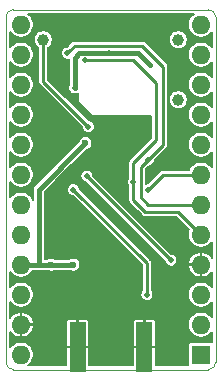
<source format=gbr>
%TF.GenerationSoftware,KiCad,Pcbnew,5.1.4-e60b266~84~ubuntu19.04.1*%
%TF.CreationDate,2020-03-14T22:42:11+00:00*%
%TF.ProjectId,ProMicro_GPS,50726f4d-6963-4726-9f5f-4750532e6b69,v2.3*%
%TF.SameCoordinates,Original*%
%TF.FileFunction,Copper,L2,Bot*%
%TF.FilePolarity,Positive*%
%FSLAX45Y45*%
G04 Gerber Fmt 4.5, Leading zero omitted, Abs format (unit mm)*
G04 Created by KiCad (PCBNEW 5.1.4-e60b266~84~ubuntu19.04.1) date 2020-03-14 22:42:11*
%MOMM*%
%LPD*%
G04 APERTURE LIST*
%ADD10C,0.100000*%
%ADD11O,1.600000X1.600000*%
%ADD12R,1.600000X1.600000*%
%ADD13C,1.000000*%
%ADD14R,1.350000X4.200000*%
%ADD15C,0.600000*%
%ADD16C,0.500000*%
%ADD17C,0.400000*%
%ADD18C,0.250000*%
%ADD19C,0.200000*%
G04 APERTURE END LIST*
D10*
X12255500Y-11303000D02*
G75*
G02X12192000Y-11239500I0J63500D01*
G01*
X12192000Y-8318500D02*
G75*
G02X12255500Y-8255000I63500J0D01*
G01*
X13906500Y-8255000D02*
G75*
G02X13970000Y-8318500I0J-63500D01*
G01*
X13970000Y-11239500D02*
G75*
G02X13906500Y-11303000I-63500J0D01*
G01*
X13970000Y-8318500D02*
X13970000Y-11239500D01*
X12255500Y-8255000D02*
X13906500Y-8255000D01*
X12192000Y-11239500D02*
X12192000Y-8318500D01*
X13906500Y-11303000D02*
X12255500Y-11303000D01*
D11*
X12319000Y-11176000D03*
X12319000Y-10922000D03*
X12319000Y-10668000D03*
X13843000Y-8382000D03*
X12319000Y-10414000D03*
X13843000Y-8636000D03*
X12319000Y-10160000D03*
X13843000Y-8890000D03*
X12319000Y-9906000D03*
X13843000Y-9144000D03*
X12319000Y-9652000D03*
X13843000Y-9398000D03*
X12319000Y-9398000D03*
X13843000Y-9652000D03*
X12319000Y-9144000D03*
X13843000Y-9906000D03*
X12319000Y-8890000D03*
X13843000Y-10160000D03*
X12319000Y-8636000D03*
X13843000Y-10414000D03*
X12319000Y-8382000D03*
X13843000Y-10668000D03*
X13843000Y-10922000D03*
D12*
X13843000Y-11176000D03*
D13*
X12509500Y-8509000D03*
X13652500Y-8509000D03*
X13652500Y-9017000D03*
D14*
X13363500Y-11112500D03*
X12798500Y-11112500D03*
D15*
X13589000Y-11176000D03*
D16*
X13004800Y-10883900D03*
X13157200Y-10883900D03*
X13169900Y-10680700D03*
X13169900Y-10579100D03*
X12852400Y-10795000D03*
X12852400Y-10680700D03*
X12852400Y-10579100D03*
X12954000Y-10972800D03*
X13208000Y-10972800D03*
D15*
X12573000Y-10833100D03*
X13614400Y-9296400D03*
X12890500Y-10223500D03*
X12992100Y-10121900D03*
X13208000Y-10350500D03*
X13398500Y-10096500D03*
X13195300Y-9867900D03*
X13208000Y-9334500D03*
X13081000Y-9334500D03*
X12598400Y-9169400D03*
X13055600Y-9740900D03*
X13716000Y-9525000D03*
D16*
X13017500Y-10350500D03*
D15*
X13601700Y-8699500D03*
X12382500Y-9017000D03*
X12941300Y-8445500D03*
X13182600Y-8445500D03*
X12928600Y-9601200D03*
X12382500Y-8509000D03*
X13093700Y-9994900D03*
X12763500Y-10414000D03*
X12573000Y-10414000D03*
D16*
X13061950Y-8622949D03*
D15*
X12865099Y-9385300D03*
D16*
X12773900Y-8917700D03*
X13411200Y-8724900D03*
X13398500Y-9779000D03*
X13398500Y-9525000D03*
X12712700Y-8623300D03*
X12865100Y-8680450D03*
X13271500Y-9715500D03*
X13652500Y-9017000D03*
X13652500Y-8509000D03*
X12890500Y-9245600D03*
X13589000Y-10375900D03*
X12877800Y-9664700D03*
X13385800Y-10668000D03*
X12763500Y-9779000D03*
D17*
X12763500Y-10414000D02*
X12573000Y-10414000D01*
X12573000Y-10414000D02*
X12471400Y-10414000D01*
X12471400Y-10414000D02*
X12319000Y-10414000D01*
X12840099Y-9410300D02*
X12865099Y-9385300D01*
X12471400Y-10414000D02*
X12471400Y-9778999D01*
X12471400Y-9778999D02*
X12840099Y-9410300D01*
X12773900Y-8663700D02*
X12773900Y-8917700D01*
X13061950Y-8622949D02*
X12814651Y-8622949D01*
X12814651Y-8622949D02*
X12773900Y-8663700D01*
X13061950Y-8622949D02*
X13309249Y-8622949D01*
X13309249Y-8622949D02*
X13411200Y-8724900D01*
D18*
X13843000Y-9652000D02*
X13525500Y-9652000D01*
X13525500Y-9652000D02*
X13398500Y-9779000D01*
X13398497Y-9906000D02*
X13843000Y-9906000D01*
X13398497Y-9905997D02*
X13398497Y-9906000D01*
X13335000Y-9842500D02*
X13398497Y-9905997D01*
X13398500Y-9525000D02*
X13335000Y-9588500D01*
X13335000Y-9588500D02*
X13335000Y-9842500D01*
X13525500Y-9398000D02*
X13525500Y-8737600D01*
X13347700Y-8559800D02*
X12776200Y-8559800D01*
X13398500Y-9525000D02*
X13525500Y-9398000D01*
X13525500Y-8737600D02*
X13347700Y-8559800D01*
X12776200Y-8559800D02*
X12737700Y-8598300D01*
X12737700Y-8598300D02*
X12712700Y-8623300D01*
X13265150Y-8680450D02*
X13462000Y-8877300D01*
X12865100Y-8680450D02*
X13265150Y-8680450D01*
X13271500Y-9553145D02*
X13271500Y-9680145D01*
X13462000Y-8877300D02*
X13462000Y-9362645D01*
X13462000Y-9362645D02*
X13271500Y-9553145D01*
X13271500Y-9680145D02*
X13271500Y-9715500D01*
X13271500Y-9867900D02*
X13271500Y-9715500D01*
X13843000Y-10160000D02*
X13652500Y-9969500D01*
X13373100Y-9969500D02*
X13271500Y-9867900D01*
X13652500Y-9969500D02*
X13373100Y-9969500D01*
X12509500Y-8864600D02*
X12865500Y-9220600D01*
X12865500Y-9220600D02*
X12890500Y-9245600D01*
X12509500Y-8509000D02*
X12509500Y-8864600D01*
X13589000Y-10375900D02*
X12877800Y-9664700D01*
X13385800Y-10401300D02*
X12763500Y-9779000D01*
X13385800Y-10668000D02*
X13385800Y-10401300D01*
D19*
G36*
X13772879Y-8296557D02*
G01*
X13757557Y-8311879D01*
X13745519Y-8329895D01*
X13737227Y-8349914D01*
X13733000Y-8371166D01*
X13733000Y-8392834D01*
X13737227Y-8414086D01*
X13745519Y-8434105D01*
X13757557Y-8452121D01*
X13772879Y-8467443D01*
X13790895Y-8479481D01*
X13810914Y-8487773D01*
X13832166Y-8492000D01*
X13853834Y-8492000D01*
X13875086Y-8487773D01*
X13895104Y-8479481D01*
X13913121Y-8467443D01*
X13928442Y-8452121D01*
X13935000Y-8442307D01*
X13935000Y-8575693D01*
X13928442Y-8565879D01*
X13913121Y-8550558D01*
X13895104Y-8538519D01*
X13875086Y-8530227D01*
X13853834Y-8526000D01*
X13832166Y-8526000D01*
X13810914Y-8530227D01*
X13790895Y-8538519D01*
X13772879Y-8550558D01*
X13757557Y-8565879D01*
X13745519Y-8583896D01*
X13737227Y-8603914D01*
X13733000Y-8625166D01*
X13733000Y-8646834D01*
X13737227Y-8668086D01*
X13745519Y-8688105D01*
X13757557Y-8706121D01*
X13772879Y-8721443D01*
X13790895Y-8733481D01*
X13810914Y-8741773D01*
X13832166Y-8746000D01*
X13853834Y-8746000D01*
X13875086Y-8741773D01*
X13895104Y-8733481D01*
X13913121Y-8721443D01*
X13928442Y-8706121D01*
X13935000Y-8696307D01*
X13935000Y-8829693D01*
X13928442Y-8819879D01*
X13913121Y-8804558D01*
X13895104Y-8792519D01*
X13875086Y-8784227D01*
X13853834Y-8780000D01*
X13832166Y-8780000D01*
X13810914Y-8784227D01*
X13790895Y-8792519D01*
X13772879Y-8804558D01*
X13757557Y-8819879D01*
X13745519Y-8837896D01*
X13737227Y-8857914D01*
X13733000Y-8879166D01*
X13733000Y-8900834D01*
X13737227Y-8922086D01*
X13745519Y-8942105D01*
X13757557Y-8960121D01*
X13772879Y-8975443D01*
X13790895Y-8987481D01*
X13810914Y-8995773D01*
X13832166Y-9000000D01*
X13853834Y-9000000D01*
X13875086Y-8995773D01*
X13895104Y-8987481D01*
X13913121Y-8975443D01*
X13928442Y-8960121D01*
X13935000Y-8950307D01*
X13935000Y-9083693D01*
X13928442Y-9073879D01*
X13913121Y-9058558D01*
X13895104Y-9046519D01*
X13875086Y-9038227D01*
X13853834Y-9034000D01*
X13832166Y-9034000D01*
X13810914Y-9038227D01*
X13790895Y-9046519D01*
X13772879Y-9058558D01*
X13757557Y-9073879D01*
X13745519Y-9091896D01*
X13737227Y-9111914D01*
X13733000Y-9133166D01*
X13733000Y-9154834D01*
X13737227Y-9176086D01*
X13745519Y-9196105D01*
X13757557Y-9214121D01*
X13772879Y-9229443D01*
X13790895Y-9241481D01*
X13810914Y-9249773D01*
X13832166Y-9254000D01*
X13853834Y-9254000D01*
X13875086Y-9249773D01*
X13895104Y-9241481D01*
X13913121Y-9229443D01*
X13928442Y-9214121D01*
X13935000Y-9204307D01*
X13935000Y-9337693D01*
X13928442Y-9327879D01*
X13913121Y-9312558D01*
X13895104Y-9300519D01*
X13875086Y-9292227D01*
X13853834Y-9288000D01*
X13832166Y-9288000D01*
X13810914Y-9292227D01*
X13790895Y-9300519D01*
X13772879Y-9312558D01*
X13757557Y-9327879D01*
X13745519Y-9345896D01*
X13737227Y-9365914D01*
X13733000Y-9387166D01*
X13733000Y-9408834D01*
X13737227Y-9430086D01*
X13745519Y-9450105D01*
X13757557Y-9468121D01*
X13772879Y-9483443D01*
X13790895Y-9495481D01*
X13810914Y-9503773D01*
X13832166Y-9508000D01*
X13853834Y-9508000D01*
X13875086Y-9503773D01*
X13895104Y-9495481D01*
X13913121Y-9483443D01*
X13928442Y-9468121D01*
X13935000Y-9458307D01*
X13935000Y-9591693D01*
X13928442Y-9581879D01*
X13913121Y-9566558D01*
X13895104Y-9554519D01*
X13875086Y-9546227D01*
X13853834Y-9542000D01*
X13832166Y-9542000D01*
X13810914Y-9546227D01*
X13790895Y-9554519D01*
X13772879Y-9566558D01*
X13757557Y-9581879D01*
X13745519Y-9599896D01*
X13741541Y-9609500D01*
X13527587Y-9609500D01*
X13525500Y-9609295D01*
X13523413Y-9609500D01*
X13523413Y-9609500D01*
X13518010Y-9610032D01*
X13517168Y-9610115D01*
X13514738Y-9610852D01*
X13509157Y-9612545D01*
X13501774Y-9616492D01*
X13495303Y-9621803D01*
X13493972Y-9623424D01*
X13393396Y-9724000D01*
X13393083Y-9724000D01*
X13382457Y-9726114D01*
X13377500Y-9728167D01*
X13377500Y-9606104D01*
X13403604Y-9580000D01*
X13403917Y-9580000D01*
X13414543Y-9577886D01*
X13424552Y-9573740D01*
X13433560Y-9567721D01*
X13441221Y-9560060D01*
X13447240Y-9551052D01*
X13451386Y-9541043D01*
X13453500Y-9530417D01*
X13453500Y-9530104D01*
X13554076Y-9429528D01*
X13555697Y-9428197D01*
X13561008Y-9421726D01*
X13564955Y-9414343D01*
X13567385Y-9406331D01*
X13568000Y-9400087D01*
X13568000Y-9400087D01*
X13568205Y-9398000D01*
X13568000Y-9395913D01*
X13568000Y-9009121D01*
X13572500Y-9009121D01*
X13572500Y-9024879D01*
X13575574Y-9040335D01*
X13581605Y-9054894D01*
X13590360Y-9067997D01*
X13601503Y-9079140D01*
X13614606Y-9087895D01*
X13629165Y-9093926D01*
X13644621Y-9097000D01*
X13660379Y-9097000D01*
X13675835Y-9093926D01*
X13690394Y-9087895D01*
X13703497Y-9079140D01*
X13714640Y-9067997D01*
X13723395Y-9054894D01*
X13729426Y-9040335D01*
X13732500Y-9024879D01*
X13732500Y-9009121D01*
X13729426Y-8993665D01*
X13723395Y-8979106D01*
X13714640Y-8966003D01*
X13703497Y-8954860D01*
X13690394Y-8946105D01*
X13675835Y-8940074D01*
X13660379Y-8937000D01*
X13644621Y-8937000D01*
X13629165Y-8940074D01*
X13614606Y-8946105D01*
X13601503Y-8954860D01*
X13590360Y-8966003D01*
X13581605Y-8979106D01*
X13575574Y-8993665D01*
X13572500Y-9009121D01*
X13568000Y-9009121D01*
X13568000Y-8739687D01*
X13568205Y-8737600D01*
X13568000Y-8735513D01*
X13568000Y-8735513D01*
X13567385Y-8729269D01*
X13564955Y-8721257D01*
X13564955Y-8721257D01*
X13562122Y-8715958D01*
X13561008Y-8713874D01*
X13555697Y-8707403D01*
X13554076Y-8706072D01*
X13379228Y-8531224D01*
X13377897Y-8529603D01*
X13371426Y-8524292D01*
X13364043Y-8520345D01*
X13356031Y-8517915D01*
X13349787Y-8517300D01*
X13349787Y-8517300D01*
X13347700Y-8517095D01*
X13345613Y-8517300D01*
X12778286Y-8517300D01*
X12776200Y-8517095D01*
X12774113Y-8517300D01*
X12774112Y-8517300D01*
X12767868Y-8517915D01*
X12759857Y-8520345D01*
X12752474Y-8524292D01*
X12746002Y-8529603D01*
X12744671Y-8531224D01*
X12707596Y-8568300D01*
X12707283Y-8568300D01*
X12696657Y-8570414D01*
X12686647Y-8574560D01*
X12677639Y-8580579D01*
X12669978Y-8588240D01*
X12663959Y-8597248D01*
X12659813Y-8607257D01*
X12657700Y-8617883D01*
X12657700Y-8628717D01*
X12659813Y-8639343D01*
X12663959Y-8649352D01*
X12669978Y-8658360D01*
X12677639Y-8666021D01*
X12686647Y-8672040D01*
X12696657Y-8676186D01*
X12707283Y-8678300D01*
X12718117Y-8678300D01*
X12723900Y-8677150D01*
X12723900Y-8894689D01*
X12721014Y-8901657D01*
X12718900Y-8912283D01*
X12718900Y-8923117D01*
X12721014Y-8933743D01*
X12725160Y-8943752D01*
X12731179Y-8952760D01*
X12738840Y-8960421D01*
X12747848Y-8966440D01*
X12757857Y-8970586D01*
X12768483Y-8972700D01*
X12779317Y-8972700D01*
X12789943Y-8970586D01*
X12799952Y-8966440D01*
X12804300Y-8963535D01*
X12804300Y-9042400D01*
X12804492Y-9044351D01*
X12805061Y-9046227D01*
X12805985Y-9047956D01*
X12807229Y-9049471D01*
X12908829Y-9151071D01*
X12910344Y-9152315D01*
X12912073Y-9153239D01*
X12913949Y-9153808D01*
X12915900Y-9154000D01*
X13419500Y-9154000D01*
X13419500Y-9345041D01*
X13242924Y-9521616D01*
X13241303Y-9522947D01*
X13235992Y-9529419D01*
X13232045Y-9536802D01*
X13229615Y-9544813D01*
X13229000Y-9551057D01*
X13229000Y-9551058D01*
X13228794Y-9553145D01*
X13229000Y-9555231D01*
X13229000Y-9678056D01*
X13229000Y-9678057D01*
X13229000Y-9680218D01*
X13228779Y-9680440D01*
X13222760Y-9689448D01*
X13218614Y-9699457D01*
X13216500Y-9710083D01*
X13216500Y-9720917D01*
X13218614Y-9731543D01*
X13222760Y-9741552D01*
X13228779Y-9750560D01*
X13229000Y-9750782D01*
X13229000Y-9865813D01*
X13228794Y-9867900D01*
X13229000Y-9869987D01*
X13229000Y-9869987D01*
X13229387Y-9873914D01*
X13229615Y-9876231D01*
X13230154Y-9878008D01*
X13232045Y-9884243D01*
X13235992Y-9891626D01*
X13241303Y-9898097D01*
X13242924Y-9899428D01*
X13341572Y-9998076D01*
X13342903Y-9999697D01*
X13349374Y-10005008D01*
X13356757Y-10008955D01*
X13362338Y-10010648D01*
X13364768Y-10011385D01*
X13365533Y-10011460D01*
X13371013Y-10012000D01*
X13371013Y-10012000D01*
X13373100Y-10012206D01*
X13375187Y-10012000D01*
X13634896Y-10012000D01*
X13741206Y-10118310D01*
X13737227Y-10127914D01*
X13733000Y-10149166D01*
X13733000Y-10170834D01*
X13737227Y-10192086D01*
X13745519Y-10212105D01*
X13757557Y-10230121D01*
X13772879Y-10245443D01*
X13790895Y-10257481D01*
X13810914Y-10265773D01*
X13832166Y-10270000D01*
X13853834Y-10270000D01*
X13875086Y-10265773D01*
X13895104Y-10257481D01*
X13913121Y-10245443D01*
X13928442Y-10230121D01*
X13935000Y-10220307D01*
X13935000Y-10354192D01*
X13933438Y-10351383D01*
X13919485Y-10334942D01*
X13902592Y-10321540D01*
X13883409Y-10311691D01*
X13862673Y-10305773D01*
X13845500Y-10311528D01*
X13845500Y-10411500D01*
X13847500Y-10411500D01*
X13847500Y-10416500D01*
X13845500Y-10416500D01*
X13845500Y-10516472D01*
X13862673Y-10522227D01*
X13883409Y-10516309D01*
X13902592Y-10506460D01*
X13919485Y-10493058D01*
X13933438Y-10476617D01*
X13935000Y-10473808D01*
X13935000Y-10607693D01*
X13928442Y-10597879D01*
X13913121Y-10582558D01*
X13895104Y-10570519D01*
X13875086Y-10562227D01*
X13853834Y-10558000D01*
X13832166Y-10558000D01*
X13810914Y-10562227D01*
X13790895Y-10570519D01*
X13772879Y-10582558D01*
X13757557Y-10597879D01*
X13745519Y-10615896D01*
X13737227Y-10635914D01*
X13733000Y-10657166D01*
X13733000Y-10678834D01*
X13737227Y-10700086D01*
X13745519Y-10720105D01*
X13757557Y-10738121D01*
X13772879Y-10753443D01*
X13790895Y-10765481D01*
X13810914Y-10773773D01*
X13832166Y-10778000D01*
X13853834Y-10778000D01*
X13875086Y-10773773D01*
X13895104Y-10765481D01*
X13913121Y-10753443D01*
X13928442Y-10738121D01*
X13935000Y-10728307D01*
X13935000Y-10861693D01*
X13928442Y-10851879D01*
X13913121Y-10836558D01*
X13895104Y-10824519D01*
X13875086Y-10816227D01*
X13853834Y-10812000D01*
X13832166Y-10812000D01*
X13810914Y-10816227D01*
X13790895Y-10824519D01*
X13772879Y-10836558D01*
X13757557Y-10851879D01*
X13745519Y-10869896D01*
X13737227Y-10889914D01*
X13733000Y-10911166D01*
X13733000Y-10932834D01*
X13737227Y-10954086D01*
X13745519Y-10974105D01*
X13757557Y-10992121D01*
X13772879Y-11007443D01*
X13790895Y-11019481D01*
X13810914Y-11027773D01*
X13832166Y-11032000D01*
X13853834Y-11032000D01*
X13875086Y-11027773D01*
X13895104Y-11019481D01*
X13913121Y-11007443D01*
X13928442Y-10992121D01*
X13935000Y-10982307D01*
X13935000Y-11068398D01*
X13934536Y-11068150D01*
X13928881Y-11066434D01*
X13923000Y-11065855D01*
X13763000Y-11065855D01*
X13757119Y-11066434D01*
X13751464Y-11068150D01*
X13746252Y-11070935D01*
X13741684Y-11074684D01*
X13737935Y-11079252D01*
X13735150Y-11084464D01*
X13733434Y-11090119D01*
X13732855Y-11096000D01*
X13732855Y-11256000D01*
X13733434Y-11261881D01*
X13735150Y-11267536D01*
X13735398Y-11268000D01*
X13461106Y-11268000D01*
X13461000Y-11122500D01*
X13453500Y-11115000D01*
X13366000Y-11115000D01*
X13366000Y-11117000D01*
X13361000Y-11117000D01*
X13361000Y-11115000D01*
X13273500Y-11115000D01*
X13266000Y-11122500D01*
X13265894Y-11268000D01*
X12896106Y-11268000D01*
X12896000Y-11122500D01*
X12888500Y-11115000D01*
X12801000Y-11115000D01*
X12801000Y-11117000D01*
X12796000Y-11117000D01*
X12796000Y-11115000D01*
X12708500Y-11115000D01*
X12701000Y-11122500D01*
X12700894Y-11268000D01*
X12379307Y-11268000D01*
X12389121Y-11261442D01*
X12404442Y-11246121D01*
X12416481Y-11228104D01*
X12424773Y-11208086D01*
X12429000Y-11186834D01*
X12429000Y-11165166D01*
X12424773Y-11143914D01*
X12416481Y-11123896D01*
X12404442Y-11105879D01*
X12389121Y-11090558D01*
X12371104Y-11078519D01*
X12351086Y-11070227D01*
X12329834Y-11066000D01*
X12308166Y-11066000D01*
X12286914Y-11070227D01*
X12266895Y-11078519D01*
X12248879Y-11090558D01*
X12233557Y-11105879D01*
X12227000Y-11115693D01*
X12227000Y-10981808D01*
X12228562Y-10984617D01*
X12242515Y-11001058D01*
X12259408Y-11014460D01*
X12278591Y-11024309D01*
X12299327Y-11030227D01*
X12316500Y-11024472D01*
X12316500Y-10924500D01*
X12321500Y-10924500D01*
X12321500Y-11024472D01*
X12338673Y-11030227D01*
X12359409Y-11024309D01*
X12378592Y-11014460D01*
X12395485Y-11001058D01*
X12409438Y-10984617D01*
X12419917Y-10965770D01*
X12426517Y-10945241D01*
X12427227Y-10941673D01*
X12421469Y-10924500D01*
X12321500Y-10924500D01*
X12316500Y-10924500D01*
X12314500Y-10924500D01*
X12314500Y-10919500D01*
X12316500Y-10919500D01*
X12316500Y-10819528D01*
X12321500Y-10819528D01*
X12321500Y-10919500D01*
X12421469Y-10919500D01*
X12427169Y-10902500D01*
X12700855Y-10902500D01*
X12701000Y-11102500D01*
X12708500Y-11110000D01*
X12796000Y-11110000D01*
X12796000Y-10880000D01*
X12801000Y-10880000D01*
X12801000Y-11110000D01*
X12888500Y-11110000D01*
X12896000Y-11102500D01*
X12896145Y-10902500D01*
X13265855Y-10902500D01*
X13266000Y-11102500D01*
X13273500Y-11110000D01*
X13361000Y-11110000D01*
X13361000Y-10880000D01*
X13366000Y-10880000D01*
X13366000Y-11110000D01*
X13453500Y-11110000D01*
X13461000Y-11102500D01*
X13461145Y-10902500D01*
X13460566Y-10896619D01*
X13458850Y-10890964D01*
X13456065Y-10885752D01*
X13452316Y-10881184D01*
X13447748Y-10877435D01*
X13442536Y-10874650D01*
X13436881Y-10872934D01*
X13431000Y-10872355D01*
X13373500Y-10872500D01*
X13366000Y-10880000D01*
X13361000Y-10880000D01*
X13353500Y-10872500D01*
X13296000Y-10872355D01*
X13290119Y-10872934D01*
X13284464Y-10874650D01*
X13279252Y-10877435D01*
X13274684Y-10881184D01*
X13270935Y-10885752D01*
X13268149Y-10890964D01*
X13266434Y-10896619D01*
X13265855Y-10902500D01*
X12896145Y-10902500D01*
X12895566Y-10896619D01*
X12893850Y-10890964D01*
X12891065Y-10885752D01*
X12887316Y-10881184D01*
X12882748Y-10877435D01*
X12877536Y-10874650D01*
X12871881Y-10872934D01*
X12866000Y-10872355D01*
X12808500Y-10872500D01*
X12801000Y-10880000D01*
X12796000Y-10880000D01*
X12788500Y-10872500D01*
X12731000Y-10872355D01*
X12725119Y-10872934D01*
X12719464Y-10874650D01*
X12714252Y-10877435D01*
X12709684Y-10881184D01*
X12705935Y-10885752D01*
X12703149Y-10890964D01*
X12701434Y-10896619D01*
X12700855Y-10902500D01*
X12427169Y-10902500D01*
X12427227Y-10902327D01*
X12426517Y-10898759D01*
X12419917Y-10878230D01*
X12409438Y-10859383D01*
X12395485Y-10842942D01*
X12378592Y-10829540D01*
X12359409Y-10819691D01*
X12338673Y-10813773D01*
X12321500Y-10819528D01*
X12316500Y-10819528D01*
X12299327Y-10813773D01*
X12278591Y-10819691D01*
X12259408Y-10829540D01*
X12242515Y-10842942D01*
X12228562Y-10859383D01*
X12227000Y-10862192D01*
X12227000Y-10728307D01*
X12233557Y-10738121D01*
X12248879Y-10753443D01*
X12266895Y-10765481D01*
X12286914Y-10773773D01*
X12308166Y-10778000D01*
X12329834Y-10778000D01*
X12351086Y-10773773D01*
X12371104Y-10765481D01*
X12389121Y-10753443D01*
X12404442Y-10738121D01*
X12416481Y-10720105D01*
X12424773Y-10700086D01*
X12429000Y-10678834D01*
X12429000Y-10657166D01*
X12424773Y-10635914D01*
X12416481Y-10615896D01*
X12404442Y-10597879D01*
X12389121Y-10582558D01*
X12371104Y-10570519D01*
X12351086Y-10562227D01*
X12329834Y-10558000D01*
X12308166Y-10558000D01*
X12286914Y-10562227D01*
X12266895Y-10570519D01*
X12248879Y-10582558D01*
X12233557Y-10597879D01*
X12227000Y-10607693D01*
X12227000Y-10474307D01*
X12233557Y-10484121D01*
X12248879Y-10499443D01*
X12266895Y-10511481D01*
X12286914Y-10519773D01*
X12308166Y-10524000D01*
X12329834Y-10524000D01*
X12351086Y-10519773D01*
X12371104Y-10511481D01*
X12389121Y-10499443D01*
X12404442Y-10484121D01*
X12416481Y-10466105D01*
X12417352Y-10464000D01*
X12468944Y-10464000D01*
X12471400Y-10464242D01*
X12473856Y-10464000D01*
X12539833Y-10464000D01*
X12544579Y-10467171D01*
X12555499Y-10471694D01*
X12567090Y-10474000D01*
X12578909Y-10474000D01*
X12590501Y-10471694D01*
X12601421Y-10467171D01*
X12606167Y-10464000D01*
X12730333Y-10464000D01*
X12735079Y-10467171D01*
X12745999Y-10471694D01*
X12757590Y-10474000D01*
X12769409Y-10474000D01*
X12781001Y-10471694D01*
X12791921Y-10467171D01*
X12801748Y-10460605D01*
X12810105Y-10452248D01*
X12816671Y-10442421D01*
X12821194Y-10431501D01*
X12823500Y-10419910D01*
X12823500Y-10408091D01*
X12821194Y-10396499D01*
X12816671Y-10385579D01*
X12810105Y-10375752D01*
X12801748Y-10367395D01*
X12791921Y-10360829D01*
X12781001Y-10356306D01*
X12769409Y-10354000D01*
X12757590Y-10354000D01*
X12745999Y-10356306D01*
X12735079Y-10360829D01*
X12730333Y-10364000D01*
X12606167Y-10364000D01*
X12601421Y-10360829D01*
X12590501Y-10356306D01*
X12578909Y-10354000D01*
X12567090Y-10354000D01*
X12555499Y-10356306D01*
X12544579Y-10360829D01*
X12539833Y-10364000D01*
X12521400Y-10364000D01*
X12521400Y-9799710D01*
X12547527Y-9773583D01*
X12708500Y-9773583D01*
X12708500Y-9784417D01*
X12710614Y-9795043D01*
X12714760Y-9805052D01*
X12720779Y-9814060D01*
X12728440Y-9821721D01*
X12737448Y-9827740D01*
X12747457Y-9831886D01*
X12758083Y-9834000D01*
X12758396Y-9834000D01*
X13343300Y-10418904D01*
X13343300Y-10632718D01*
X13343079Y-10632940D01*
X13337060Y-10641948D01*
X13332914Y-10651957D01*
X13330800Y-10662583D01*
X13330800Y-10673417D01*
X13332914Y-10684043D01*
X13337060Y-10694052D01*
X13343079Y-10703060D01*
X13350740Y-10710721D01*
X13359748Y-10716740D01*
X13369757Y-10720886D01*
X13380383Y-10723000D01*
X13391217Y-10723000D01*
X13401843Y-10720886D01*
X13411852Y-10716740D01*
X13420860Y-10710721D01*
X13428521Y-10703060D01*
X13434540Y-10694052D01*
X13438686Y-10684043D01*
X13440800Y-10673417D01*
X13440800Y-10662583D01*
X13438686Y-10651957D01*
X13434540Y-10641948D01*
X13428521Y-10632940D01*
X13428300Y-10632718D01*
X13428300Y-10433673D01*
X13734773Y-10433673D01*
X13735483Y-10437241D01*
X13742083Y-10457770D01*
X13752562Y-10476617D01*
X13766515Y-10493058D01*
X13783408Y-10506460D01*
X13802591Y-10516309D01*
X13823327Y-10522227D01*
X13840500Y-10516472D01*
X13840500Y-10416500D01*
X13740530Y-10416500D01*
X13734773Y-10433673D01*
X13428300Y-10433673D01*
X13428300Y-10403387D01*
X13428505Y-10401300D01*
X13428300Y-10399213D01*
X13428300Y-10399213D01*
X13427685Y-10392969D01*
X13425255Y-10384957D01*
X13421308Y-10377574D01*
X13415997Y-10371103D01*
X13414376Y-10369772D01*
X12818500Y-9773896D01*
X12818500Y-9773583D01*
X12816386Y-9762957D01*
X12812240Y-9752948D01*
X12806221Y-9743940D01*
X12798560Y-9736279D01*
X12789552Y-9730260D01*
X12779543Y-9726114D01*
X12768917Y-9724000D01*
X12758083Y-9724000D01*
X12747457Y-9726114D01*
X12737448Y-9730260D01*
X12728440Y-9736279D01*
X12720779Y-9743940D01*
X12714760Y-9752948D01*
X12710614Y-9762957D01*
X12708500Y-9773583D01*
X12547527Y-9773583D01*
X12661827Y-9659283D01*
X12822800Y-9659283D01*
X12822800Y-9670117D01*
X12824914Y-9680743D01*
X12829060Y-9690752D01*
X12835079Y-9699760D01*
X12842740Y-9707421D01*
X12851748Y-9713440D01*
X12861757Y-9717586D01*
X12872383Y-9719700D01*
X12872696Y-9719700D01*
X13534000Y-10381004D01*
X13534000Y-10381317D01*
X13536114Y-10391943D01*
X13540260Y-10401952D01*
X13546279Y-10410960D01*
X13553940Y-10418621D01*
X13562948Y-10424640D01*
X13572957Y-10428786D01*
X13583583Y-10430900D01*
X13594417Y-10430900D01*
X13605043Y-10428786D01*
X13615052Y-10424640D01*
X13624060Y-10418621D01*
X13631721Y-10410960D01*
X13637740Y-10401952D01*
X13640899Y-10394327D01*
X13734773Y-10394327D01*
X13740530Y-10411500D01*
X13840500Y-10411500D01*
X13840500Y-10311528D01*
X13823327Y-10305773D01*
X13802591Y-10311691D01*
X13783408Y-10321540D01*
X13766515Y-10334942D01*
X13752562Y-10351383D01*
X13742083Y-10370230D01*
X13735483Y-10390759D01*
X13734773Y-10394327D01*
X13640899Y-10394327D01*
X13641886Y-10391943D01*
X13644000Y-10381317D01*
X13644000Y-10370483D01*
X13641886Y-10359857D01*
X13637740Y-10349848D01*
X13631721Y-10340840D01*
X13624060Y-10333179D01*
X13615052Y-10327160D01*
X13605043Y-10323014D01*
X13594417Y-10320900D01*
X13594104Y-10320900D01*
X12932800Y-9659596D01*
X12932800Y-9659283D01*
X12930686Y-9648657D01*
X12926540Y-9638648D01*
X12920521Y-9629640D01*
X12912860Y-9621979D01*
X12903852Y-9615960D01*
X12893843Y-9611814D01*
X12883217Y-9609700D01*
X12872383Y-9609700D01*
X12861757Y-9611814D01*
X12851748Y-9615960D01*
X12842740Y-9621979D01*
X12835079Y-9629640D01*
X12829060Y-9638648D01*
X12824914Y-9648657D01*
X12822800Y-9659283D01*
X12661827Y-9659283D01*
X12877002Y-9444108D01*
X12882601Y-9442994D01*
X12893520Y-9438471D01*
X12903347Y-9431905D01*
X12911704Y-9423548D01*
X12918271Y-9413721D01*
X12922794Y-9402801D01*
X12925099Y-9391210D01*
X12925099Y-9379391D01*
X12922794Y-9367799D01*
X12918271Y-9356879D01*
X12911704Y-9347052D01*
X12903347Y-9338695D01*
X12893520Y-9332129D01*
X12882601Y-9327606D01*
X12871009Y-9325300D01*
X12859190Y-9325300D01*
X12847598Y-9327606D01*
X12836679Y-9332129D01*
X12826852Y-9338695D01*
X12818494Y-9347052D01*
X12811928Y-9356879D01*
X12807405Y-9367799D01*
X12806292Y-9373397D01*
X12437782Y-9741907D01*
X12435874Y-9743473D01*
X12429625Y-9751087D01*
X12424983Y-9759773D01*
X12422123Y-9769198D01*
X12421158Y-9778999D01*
X12421400Y-9781456D01*
X12421400Y-9865772D01*
X12416481Y-9853896D01*
X12404442Y-9835879D01*
X12389121Y-9820558D01*
X12371104Y-9808519D01*
X12351086Y-9800227D01*
X12329834Y-9796000D01*
X12308166Y-9796000D01*
X12286914Y-9800227D01*
X12266895Y-9808519D01*
X12248879Y-9820558D01*
X12233557Y-9835879D01*
X12227000Y-9845693D01*
X12227000Y-9712307D01*
X12233557Y-9722121D01*
X12248879Y-9737443D01*
X12266895Y-9749481D01*
X12286914Y-9757773D01*
X12308166Y-9762000D01*
X12329834Y-9762000D01*
X12351086Y-9757773D01*
X12371104Y-9749481D01*
X12389121Y-9737443D01*
X12404442Y-9722121D01*
X12416481Y-9704105D01*
X12424773Y-9684086D01*
X12429000Y-9662834D01*
X12429000Y-9641166D01*
X12424773Y-9619914D01*
X12416481Y-9599896D01*
X12404442Y-9581879D01*
X12389121Y-9566558D01*
X12371104Y-9554519D01*
X12351086Y-9546227D01*
X12329834Y-9542000D01*
X12308166Y-9542000D01*
X12286914Y-9546227D01*
X12266895Y-9554519D01*
X12248879Y-9566558D01*
X12233557Y-9581879D01*
X12227000Y-9591693D01*
X12227000Y-9458307D01*
X12233557Y-9468121D01*
X12248879Y-9483443D01*
X12266895Y-9495481D01*
X12286914Y-9503773D01*
X12308166Y-9508000D01*
X12329834Y-9508000D01*
X12351086Y-9503773D01*
X12371104Y-9495481D01*
X12389121Y-9483443D01*
X12404442Y-9468121D01*
X12416481Y-9450105D01*
X12424773Y-9430086D01*
X12429000Y-9408834D01*
X12429000Y-9387166D01*
X12424773Y-9365914D01*
X12416481Y-9345896D01*
X12404442Y-9327879D01*
X12389121Y-9312558D01*
X12371104Y-9300519D01*
X12351086Y-9292227D01*
X12329834Y-9288000D01*
X12308166Y-9288000D01*
X12286914Y-9292227D01*
X12266895Y-9300519D01*
X12248879Y-9312558D01*
X12233557Y-9327879D01*
X12227000Y-9337693D01*
X12227000Y-9204307D01*
X12233557Y-9214121D01*
X12248879Y-9229443D01*
X12266895Y-9241481D01*
X12286914Y-9249773D01*
X12308166Y-9254000D01*
X12329834Y-9254000D01*
X12351086Y-9249773D01*
X12371104Y-9241481D01*
X12389121Y-9229443D01*
X12404442Y-9214121D01*
X12416481Y-9196105D01*
X12424773Y-9176086D01*
X12429000Y-9154834D01*
X12429000Y-9133166D01*
X12424773Y-9111914D01*
X12416481Y-9091896D01*
X12404442Y-9073879D01*
X12389121Y-9058558D01*
X12371104Y-9046519D01*
X12351086Y-9038227D01*
X12329834Y-9034000D01*
X12308166Y-9034000D01*
X12286914Y-9038227D01*
X12266895Y-9046519D01*
X12248879Y-9058558D01*
X12233557Y-9073879D01*
X12227000Y-9083693D01*
X12227000Y-8950307D01*
X12233557Y-8960121D01*
X12248879Y-8975443D01*
X12266895Y-8987481D01*
X12286914Y-8995773D01*
X12308166Y-9000000D01*
X12329834Y-9000000D01*
X12351086Y-8995773D01*
X12371104Y-8987481D01*
X12389121Y-8975443D01*
X12404442Y-8960121D01*
X12416481Y-8942105D01*
X12424773Y-8922086D01*
X12429000Y-8900834D01*
X12429000Y-8879166D01*
X12424773Y-8857914D01*
X12416481Y-8837896D01*
X12404442Y-8819879D01*
X12389121Y-8804558D01*
X12371104Y-8792519D01*
X12351086Y-8784227D01*
X12329834Y-8780000D01*
X12308166Y-8780000D01*
X12286914Y-8784227D01*
X12266895Y-8792519D01*
X12248879Y-8804558D01*
X12233557Y-8819879D01*
X12227000Y-8829693D01*
X12227000Y-8696307D01*
X12233557Y-8706121D01*
X12248879Y-8721443D01*
X12266895Y-8733481D01*
X12286914Y-8741773D01*
X12308166Y-8746000D01*
X12329834Y-8746000D01*
X12351086Y-8741773D01*
X12371104Y-8733481D01*
X12389121Y-8721443D01*
X12404442Y-8706121D01*
X12416481Y-8688105D01*
X12424773Y-8668086D01*
X12429000Y-8646834D01*
X12429000Y-8625166D01*
X12424773Y-8603914D01*
X12416481Y-8583896D01*
X12404442Y-8565879D01*
X12389121Y-8550558D01*
X12371104Y-8538519D01*
X12351086Y-8530227D01*
X12329834Y-8526000D01*
X12308166Y-8526000D01*
X12286914Y-8530227D01*
X12266895Y-8538519D01*
X12248879Y-8550558D01*
X12233557Y-8565879D01*
X12227000Y-8575693D01*
X12227000Y-8501121D01*
X12429500Y-8501121D01*
X12429500Y-8516879D01*
X12432574Y-8532335D01*
X12438605Y-8546894D01*
X12447360Y-8559997D01*
X12458503Y-8571140D01*
X12467000Y-8576818D01*
X12467000Y-8862512D01*
X12466794Y-8864600D01*
X12467615Y-8872931D01*
X12469506Y-8879166D01*
X12470045Y-8880943D01*
X12473992Y-8888326D01*
X12479303Y-8894797D01*
X12480924Y-8896128D01*
X12835500Y-9250704D01*
X12835500Y-9251017D01*
X12837614Y-9261643D01*
X12841760Y-9271652D01*
X12847779Y-9280660D01*
X12855440Y-9288321D01*
X12864448Y-9294340D01*
X12874457Y-9298486D01*
X12885083Y-9300600D01*
X12895917Y-9300600D01*
X12906543Y-9298486D01*
X12916552Y-9294340D01*
X12925560Y-9288321D01*
X12933221Y-9280660D01*
X12939240Y-9271652D01*
X12943386Y-9261643D01*
X12945500Y-9251017D01*
X12945500Y-9240183D01*
X12943386Y-9229557D01*
X12939240Y-9219548D01*
X12933221Y-9210540D01*
X12925560Y-9202879D01*
X12916552Y-9196860D01*
X12906543Y-9192714D01*
X12895917Y-9190600D01*
X12895604Y-9190600D01*
X12552000Y-8846996D01*
X12552000Y-8576818D01*
X12560497Y-8571140D01*
X12571640Y-8559997D01*
X12580395Y-8546894D01*
X12586426Y-8532335D01*
X12589500Y-8516879D01*
X12589500Y-8501121D01*
X13572500Y-8501121D01*
X13572500Y-8516879D01*
X13575574Y-8532335D01*
X13581605Y-8546894D01*
X13590360Y-8559997D01*
X13601503Y-8571140D01*
X13614606Y-8579895D01*
X13629165Y-8585926D01*
X13644621Y-8589000D01*
X13660379Y-8589000D01*
X13675835Y-8585926D01*
X13690394Y-8579895D01*
X13703497Y-8571140D01*
X13714640Y-8559997D01*
X13723395Y-8546894D01*
X13729426Y-8532335D01*
X13732500Y-8516879D01*
X13732500Y-8501121D01*
X13729426Y-8485665D01*
X13723395Y-8471106D01*
X13714640Y-8458003D01*
X13703497Y-8446860D01*
X13690394Y-8438105D01*
X13675835Y-8432074D01*
X13660379Y-8429000D01*
X13644621Y-8429000D01*
X13629165Y-8432074D01*
X13614606Y-8438105D01*
X13601503Y-8446860D01*
X13590360Y-8458003D01*
X13581605Y-8471106D01*
X13575574Y-8485665D01*
X13572500Y-8501121D01*
X12589500Y-8501121D01*
X12586426Y-8485665D01*
X12580395Y-8471106D01*
X12571640Y-8458003D01*
X12560497Y-8446860D01*
X12547394Y-8438105D01*
X12532835Y-8432074D01*
X12517379Y-8429000D01*
X12501621Y-8429000D01*
X12486165Y-8432074D01*
X12471606Y-8438105D01*
X12458503Y-8446860D01*
X12447360Y-8458003D01*
X12438605Y-8471106D01*
X12432574Y-8485665D01*
X12429500Y-8501121D01*
X12227000Y-8501121D01*
X12227000Y-8442307D01*
X12233557Y-8452121D01*
X12248879Y-8467443D01*
X12266895Y-8479481D01*
X12286914Y-8487773D01*
X12308166Y-8492000D01*
X12329834Y-8492000D01*
X12351086Y-8487773D01*
X12371104Y-8479481D01*
X12389121Y-8467443D01*
X12404442Y-8452121D01*
X12416481Y-8434105D01*
X12424773Y-8414086D01*
X12429000Y-8392834D01*
X12429000Y-8371166D01*
X12424773Y-8349914D01*
X12416481Y-8329895D01*
X12404442Y-8311879D01*
X12389121Y-8296557D01*
X12379307Y-8290000D01*
X13782693Y-8290000D01*
X13772879Y-8296557D01*
X13772879Y-8296557D01*
G37*
X13772879Y-8296557D02*
X13757557Y-8311879D01*
X13745519Y-8329895D01*
X13737227Y-8349914D01*
X13733000Y-8371166D01*
X13733000Y-8392834D01*
X13737227Y-8414086D01*
X13745519Y-8434105D01*
X13757557Y-8452121D01*
X13772879Y-8467443D01*
X13790895Y-8479481D01*
X13810914Y-8487773D01*
X13832166Y-8492000D01*
X13853834Y-8492000D01*
X13875086Y-8487773D01*
X13895104Y-8479481D01*
X13913121Y-8467443D01*
X13928442Y-8452121D01*
X13935000Y-8442307D01*
X13935000Y-8575693D01*
X13928442Y-8565879D01*
X13913121Y-8550558D01*
X13895104Y-8538519D01*
X13875086Y-8530227D01*
X13853834Y-8526000D01*
X13832166Y-8526000D01*
X13810914Y-8530227D01*
X13790895Y-8538519D01*
X13772879Y-8550558D01*
X13757557Y-8565879D01*
X13745519Y-8583896D01*
X13737227Y-8603914D01*
X13733000Y-8625166D01*
X13733000Y-8646834D01*
X13737227Y-8668086D01*
X13745519Y-8688105D01*
X13757557Y-8706121D01*
X13772879Y-8721443D01*
X13790895Y-8733481D01*
X13810914Y-8741773D01*
X13832166Y-8746000D01*
X13853834Y-8746000D01*
X13875086Y-8741773D01*
X13895104Y-8733481D01*
X13913121Y-8721443D01*
X13928442Y-8706121D01*
X13935000Y-8696307D01*
X13935000Y-8829693D01*
X13928442Y-8819879D01*
X13913121Y-8804558D01*
X13895104Y-8792519D01*
X13875086Y-8784227D01*
X13853834Y-8780000D01*
X13832166Y-8780000D01*
X13810914Y-8784227D01*
X13790895Y-8792519D01*
X13772879Y-8804558D01*
X13757557Y-8819879D01*
X13745519Y-8837896D01*
X13737227Y-8857914D01*
X13733000Y-8879166D01*
X13733000Y-8900834D01*
X13737227Y-8922086D01*
X13745519Y-8942105D01*
X13757557Y-8960121D01*
X13772879Y-8975443D01*
X13790895Y-8987481D01*
X13810914Y-8995773D01*
X13832166Y-9000000D01*
X13853834Y-9000000D01*
X13875086Y-8995773D01*
X13895104Y-8987481D01*
X13913121Y-8975443D01*
X13928442Y-8960121D01*
X13935000Y-8950307D01*
X13935000Y-9083693D01*
X13928442Y-9073879D01*
X13913121Y-9058558D01*
X13895104Y-9046519D01*
X13875086Y-9038227D01*
X13853834Y-9034000D01*
X13832166Y-9034000D01*
X13810914Y-9038227D01*
X13790895Y-9046519D01*
X13772879Y-9058558D01*
X13757557Y-9073879D01*
X13745519Y-9091896D01*
X13737227Y-9111914D01*
X13733000Y-9133166D01*
X13733000Y-9154834D01*
X13737227Y-9176086D01*
X13745519Y-9196105D01*
X13757557Y-9214121D01*
X13772879Y-9229443D01*
X13790895Y-9241481D01*
X13810914Y-9249773D01*
X13832166Y-9254000D01*
X13853834Y-9254000D01*
X13875086Y-9249773D01*
X13895104Y-9241481D01*
X13913121Y-9229443D01*
X13928442Y-9214121D01*
X13935000Y-9204307D01*
X13935000Y-9337693D01*
X13928442Y-9327879D01*
X13913121Y-9312558D01*
X13895104Y-9300519D01*
X13875086Y-9292227D01*
X13853834Y-9288000D01*
X13832166Y-9288000D01*
X13810914Y-9292227D01*
X13790895Y-9300519D01*
X13772879Y-9312558D01*
X13757557Y-9327879D01*
X13745519Y-9345896D01*
X13737227Y-9365914D01*
X13733000Y-9387166D01*
X13733000Y-9408834D01*
X13737227Y-9430086D01*
X13745519Y-9450105D01*
X13757557Y-9468121D01*
X13772879Y-9483443D01*
X13790895Y-9495481D01*
X13810914Y-9503773D01*
X13832166Y-9508000D01*
X13853834Y-9508000D01*
X13875086Y-9503773D01*
X13895104Y-9495481D01*
X13913121Y-9483443D01*
X13928442Y-9468121D01*
X13935000Y-9458307D01*
X13935000Y-9591693D01*
X13928442Y-9581879D01*
X13913121Y-9566558D01*
X13895104Y-9554519D01*
X13875086Y-9546227D01*
X13853834Y-9542000D01*
X13832166Y-9542000D01*
X13810914Y-9546227D01*
X13790895Y-9554519D01*
X13772879Y-9566558D01*
X13757557Y-9581879D01*
X13745519Y-9599896D01*
X13741541Y-9609500D01*
X13527587Y-9609500D01*
X13525500Y-9609295D01*
X13523413Y-9609500D01*
X13523413Y-9609500D01*
X13518010Y-9610032D01*
X13517168Y-9610115D01*
X13514738Y-9610852D01*
X13509157Y-9612545D01*
X13501774Y-9616492D01*
X13495303Y-9621803D01*
X13493972Y-9623424D01*
X13393396Y-9724000D01*
X13393083Y-9724000D01*
X13382457Y-9726114D01*
X13377500Y-9728167D01*
X13377500Y-9606104D01*
X13403604Y-9580000D01*
X13403917Y-9580000D01*
X13414543Y-9577886D01*
X13424552Y-9573740D01*
X13433560Y-9567721D01*
X13441221Y-9560060D01*
X13447240Y-9551052D01*
X13451386Y-9541043D01*
X13453500Y-9530417D01*
X13453500Y-9530104D01*
X13554076Y-9429528D01*
X13555697Y-9428197D01*
X13561008Y-9421726D01*
X13564955Y-9414343D01*
X13567385Y-9406331D01*
X13568000Y-9400087D01*
X13568000Y-9400087D01*
X13568205Y-9398000D01*
X13568000Y-9395913D01*
X13568000Y-9009121D01*
X13572500Y-9009121D01*
X13572500Y-9024879D01*
X13575574Y-9040335D01*
X13581605Y-9054894D01*
X13590360Y-9067997D01*
X13601503Y-9079140D01*
X13614606Y-9087895D01*
X13629165Y-9093926D01*
X13644621Y-9097000D01*
X13660379Y-9097000D01*
X13675835Y-9093926D01*
X13690394Y-9087895D01*
X13703497Y-9079140D01*
X13714640Y-9067997D01*
X13723395Y-9054894D01*
X13729426Y-9040335D01*
X13732500Y-9024879D01*
X13732500Y-9009121D01*
X13729426Y-8993665D01*
X13723395Y-8979106D01*
X13714640Y-8966003D01*
X13703497Y-8954860D01*
X13690394Y-8946105D01*
X13675835Y-8940074D01*
X13660379Y-8937000D01*
X13644621Y-8937000D01*
X13629165Y-8940074D01*
X13614606Y-8946105D01*
X13601503Y-8954860D01*
X13590360Y-8966003D01*
X13581605Y-8979106D01*
X13575574Y-8993665D01*
X13572500Y-9009121D01*
X13568000Y-9009121D01*
X13568000Y-8739687D01*
X13568205Y-8737600D01*
X13568000Y-8735513D01*
X13568000Y-8735513D01*
X13567385Y-8729269D01*
X13564955Y-8721257D01*
X13564955Y-8721257D01*
X13562122Y-8715958D01*
X13561008Y-8713874D01*
X13555697Y-8707403D01*
X13554076Y-8706072D01*
X13379228Y-8531224D01*
X13377897Y-8529603D01*
X13371426Y-8524292D01*
X13364043Y-8520345D01*
X13356031Y-8517915D01*
X13349787Y-8517300D01*
X13349787Y-8517300D01*
X13347700Y-8517095D01*
X13345613Y-8517300D01*
X12778286Y-8517300D01*
X12776200Y-8517095D01*
X12774113Y-8517300D01*
X12774112Y-8517300D01*
X12767868Y-8517915D01*
X12759857Y-8520345D01*
X12752474Y-8524292D01*
X12746002Y-8529603D01*
X12744671Y-8531224D01*
X12707596Y-8568300D01*
X12707283Y-8568300D01*
X12696657Y-8570414D01*
X12686647Y-8574560D01*
X12677639Y-8580579D01*
X12669978Y-8588240D01*
X12663959Y-8597248D01*
X12659813Y-8607257D01*
X12657700Y-8617883D01*
X12657700Y-8628717D01*
X12659813Y-8639343D01*
X12663959Y-8649352D01*
X12669978Y-8658360D01*
X12677639Y-8666021D01*
X12686647Y-8672040D01*
X12696657Y-8676186D01*
X12707283Y-8678300D01*
X12718117Y-8678300D01*
X12723900Y-8677150D01*
X12723900Y-8894689D01*
X12721014Y-8901657D01*
X12718900Y-8912283D01*
X12718900Y-8923117D01*
X12721014Y-8933743D01*
X12725160Y-8943752D01*
X12731179Y-8952760D01*
X12738840Y-8960421D01*
X12747848Y-8966440D01*
X12757857Y-8970586D01*
X12768483Y-8972700D01*
X12779317Y-8972700D01*
X12789943Y-8970586D01*
X12799952Y-8966440D01*
X12804300Y-8963535D01*
X12804300Y-9042400D01*
X12804492Y-9044351D01*
X12805061Y-9046227D01*
X12805985Y-9047956D01*
X12807229Y-9049471D01*
X12908829Y-9151071D01*
X12910344Y-9152315D01*
X12912073Y-9153239D01*
X12913949Y-9153808D01*
X12915900Y-9154000D01*
X13419500Y-9154000D01*
X13419500Y-9345041D01*
X13242924Y-9521616D01*
X13241303Y-9522947D01*
X13235992Y-9529419D01*
X13232045Y-9536802D01*
X13229615Y-9544813D01*
X13229000Y-9551057D01*
X13229000Y-9551058D01*
X13228794Y-9553145D01*
X13229000Y-9555231D01*
X13229000Y-9678056D01*
X13229000Y-9678057D01*
X13229000Y-9680218D01*
X13228779Y-9680440D01*
X13222760Y-9689448D01*
X13218614Y-9699457D01*
X13216500Y-9710083D01*
X13216500Y-9720917D01*
X13218614Y-9731543D01*
X13222760Y-9741552D01*
X13228779Y-9750560D01*
X13229000Y-9750782D01*
X13229000Y-9865813D01*
X13228794Y-9867900D01*
X13229000Y-9869987D01*
X13229000Y-9869987D01*
X13229387Y-9873914D01*
X13229615Y-9876231D01*
X13230154Y-9878008D01*
X13232045Y-9884243D01*
X13235992Y-9891626D01*
X13241303Y-9898097D01*
X13242924Y-9899428D01*
X13341572Y-9998076D01*
X13342903Y-9999697D01*
X13349374Y-10005008D01*
X13356757Y-10008955D01*
X13362338Y-10010648D01*
X13364768Y-10011385D01*
X13365533Y-10011460D01*
X13371013Y-10012000D01*
X13371013Y-10012000D01*
X13373100Y-10012206D01*
X13375187Y-10012000D01*
X13634896Y-10012000D01*
X13741206Y-10118310D01*
X13737227Y-10127914D01*
X13733000Y-10149166D01*
X13733000Y-10170834D01*
X13737227Y-10192086D01*
X13745519Y-10212105D01*
X13757557Y-10230121D01*
X13772879Y-10245443D01*
X13790895Y-10257481D01*
X13810914Y-10265773D01*
X13832166Y-10270000D01*
X13853834Y-10270000D01*
X13875086Y-10265773D01*
X13895104Y-10257481D01*
X13913121Y-10245443D01*
X13928442Y-10230121D01*
X13935000Y-10220307D01*
X13935000Y-10354192D01*
X13933438Y-10351383D01*
X13919485Y-10334942D01*
X13902592Y-10321540D01*
X13883409Y-10311691D01*
X13862673Y-10305773D01*
X13845500Y-10311528D01*
X13845500Y-10411500D01*
X13847500Y-10411500D01*
X13847500Y-10416500D01*
X13845500Y-10416500D01*
X13845500Y-10516472D01*
X13862673Y-10522227D01*
X13883409Y-10516309D01*
X13902592Y-10506460D01*
X13919485Y-10493058D01*
X13933438Y-10476617D01*
X13935000Y-10473808D01*
X13935000Y-10607693D01*
X13928442Y-10597879D01*
X13913121Y-10582558D01*
X13895104Y-10570519D01*
X13875086Y-10562227D01*
X13853834Y-10558000D01*
X13832166Y-10558000D01*
X13810914Y-10562227D01*
X13790895Y-10570519D01*
X13772879Y-10582558D01*
X13757557Y-10597879D01*
X13745519Y-10615896D01*
X13737227Y-10635914D01*
X13733000Y-10657166D01*
X13733000Y-10678834D01*
X13737227Y-10700086D01*
X13745519Y-10720105D01*
X13757557Y-10738121D01*
X13772879Y-10753443D01*
X13790895Y-10765481D01*
X13810914Y-10773773D01*
X13832166Y-10778000D01*
X13853834Y-10778000D01*
X13875086Y-10773773D01*
X13895104Y-10765481D01*
X13913121Y-10753443D01*
X13928442Y-10738121D01*
X13935000Y-10728307D01*
X13935000Y-10861693D01*
X13928442Y-10851879D01*
X13913121Y-10836558D01*
X13895104Y-10824519D01*
X13875086Y-10816227D01*
X13853834Y-10812000D01*
X13832166Y-10812000D01*
X13810914Y-10816227D01*
X13790895Y-10824519D01*
X13772879Y-10836558D01*
X13757557Y-10851879D01*
X13745519Y-10869896D01*
X13737227Y-10889914D01*
X13733000Y-10911166D01*
X13733000Y-10932834D01*
X13737227Y-10954086D01*
X13745519Y-10974105D01*
X13757557Y-10992121D01*
X13772879Y-11007443D01*
X13790895Y-11019481D01*
X13810914Y-11027773D01*
X13832166Y-11032000D01*
X13853834Y-11032000D01*
X13875086Y-11027773D01*
X13895104Y-11019481D01*
X13913121Y-11007443D01*
X13928442Y-10992121D01*
X13935000Y-10982307D01*
X13935000Y-11068398D01*
X13934536Y-11068150D01*
X13928881Y-11066434D01*
X13923000Y-11065855D01*
X13763000Y-11065855D01*
X13757119Y-11066434D01*
X13751464Y-11068150D01*
X13746252Y-11070935D01*
X13741684Y-11074684D01*
X13737935Y-11079252D01*
X13735150Y-11084464D01*
X13733434Y-11090119D01*
X13732855Y-11096000D01*
X13732855Y-11256000D01*
X13733434Y-11261881D01*
X13735150Y-11267536D01*
X13735398Y-11268000D01*
X13461106Y-11268000D01*
X13461000Y-11122500D01*
X13453500Y-11115000D01*
X13366000Y-11115000D01*
X13366000Y-11117000D01*
X13361000Y-11117000D01*
X13361000Y-11115000D01*
X13273500Y-11115000D01*
X13266000Y-11122500D01*
X13265894Y-11268000D01*
X12896106Y-11268000D01*
X12896000Y-11122500D01*
X12888500Y-11115000D01*
X12801000Y-11115000D01*
X12801000Y-11117000D01*
X12796000Y-11117000D01*
X12796000Y-11115000D01*
X12708500Y-11115000D01*
X12701000Y-11122500D01*
X12700894Y-11268000D01*
X12379307Y-11268000D01*
X12389121Y-11261442D01*
X12404442Y-11246121D01*
X12416481Y-11228104D01*
X12424773Y-11208086D01*
X12429000Y-11186834D01*
X12429000Y-11165166D01*
X12424773Y-11143914D01*
X12416481Y-11123896D01*
X12404442Y-11105879D01*
X12389121Y-11090558D01*
X12371104Y-11078519D01*
X12351086Y-11070227D01*
X12329834Y-11066000D01*
X12308166Y-11066000D01*
X12286914Y-11070227D01*
X12266895Y-11078519D01*
X12248879Y-11090558D01*
X12233557Y-11105879D01*
X12227000Y-11115693D01*
X12227000Y-10981808D01*
X12228562Y-10984617D01*
X12242515Y-11001058D01*
X12259408Y-11014460D01*
X12278591Y-11024309D01*
X12299327Y-11030227D01*
X12316500Y-11024472D01*
X12316500Y-10924500D01*
X12321500Y-10924500D01*
X12321500Y-11024472D01*
X12338673Y-11030227D01*
X12359409Y-11024309D01*
X12378592Y-11014460D01*
X12395485Y-11001058D01*
X12409438Y-10984617D01*
X12419917Y-10965770D01*
X12426517Y-10945241D01*
X12427227Y-10941673D01*
X12421469Y-10924500D01*
X12321500Y-10924500D01*
X12316500Y-10924500D01*
X12314500Y-10924500D01*
X12314500Y-10919500D01*
X12316500Y-10919500D01*
X12316500Y-10819528D01*
X12321500Y-10819528D01*
X12321500Y-10919500D01*
X12421469Y-10919500D01*
X12427169Y-10902500D01*
X12700855Y-10902500D01*
X12701000Y-11102500D01*
X12708500Y-11110000D01*
X12796000Y-11110000D01*
X12796000Y-10880000D01*
X12801000Y-10880000D01*
X12801000Y-11110000D01*
X12888500Y-11110000D01*
X12896000Y-11102500D01*
X12896145Y-10902500D01*
X13265855Y-10902500D01*
X13266000Y-11102500D01*
X13273500Y-11110000D01*
X13361000Y-11110000D01*
X13361000Y-10880000D01*
X13366000Y-10880000D01*
X13366000Y-11110000D01*
X13453500Y-11110000D01*
X13461000Y-11102500D01*
X13461145Y-10902500D01*
X13460566Y-10896619D01*
X13458850Y-10890964D01*
X13456065Y-10885752D01*
X13452316Y-10881184D01*
X13447748Y-10877435D01*
X13442536Y-10874650D01*
X13436881Y-10872934D01*
X13431000Y-10872355D01*
X13373500Y-10872500D01*
X13366000Y-10880000D01*
X13361000Y-10880000D01*
X13353500Y-10872500D01*
X13296000Y-10872355D01*
X13290119Y-10872934D01*
X13284464Y-10874650D01*
X13279252Y-10877435D01*
X13274684Y-10881184D01*
X13270935Y-10885752D01*
X13268149Y-10890964D01*
X13266434Y-10896619D01*
X13265855Y-10902500D01*
X12896145Y-10902500D01*
X12895566Y-10896619D01*
X12893850Y-10890964D01*
X12891065Y-10885752D01*
X12887316Y-10881184D01*
X12882748Y-10877435D01*
X12877536Y-10874650D01*
X12871881Y-10872934D01*
X12866000Y-10872355D01*
X12808500Y-10872500D01*
X12801000Y-10880000D01*
X12796000Y-10880000D01*
X12788500Y-10872500D01*
X12731000Y-10872355D01*
X12725119Y-10872934D01*
X12719464Y-10874650D01*
X12714252Y-10877435D01*
X12709684Y-10881184D01*
X12705935Y-10885752D01*
X12703149Y-10890964D01*
X12701434Y-10896619D01*
X12700855Y-10902500D01*
X12427169Y-10902500D01*
X12427227Y-10902327D01*
X12426517Y-10898759D01*
X12419917Y-10878230D01*
X12409438Y-10859383D01*
X12395485Y-10842942D01*
X12378592Y-10829540D01*
X12359409Y-10819691D01*
X12338673Y-10813773D01*
X12321500Y-10819528D01*
X12316500Y-10819528D01*
X12299327Y-10813773D01*
X12278591Y-10819691D01*
X12259408Y-10829540D01*
X12242515Y-10842942D01*
X12228562Y-10859383D01*
X12227000Y-10862192D01*
X12227000Y-10728307D01*
X12233557Y-10738121D01*
X12248879Y-10753443D01*
X12266895Y-10765481D01*
X12286914Y-10773773D01*
X12308166Y-10778000D01*
X12329834Y-10778000D01*
X12351086Y-10773773D01*
X12371104Y-10765481D01*
X12389121Y-10753443D01*
X12404442Y-10738121D01*
X12416481Y-10720105D01*
X12424773Y-10700086D01*
X12429000Y-10678834D01*
X12429000Y-10657166D01*
X12424773Y-10635914D01*
X12416481Y-10615896D01*
X12404442Y-10597879D01*
X12389121Y-10582558D01*
X12371104Y-10570519D01*
X12351086Y-10562227D01*
X12329834Y-10558000D01*
X12308166Y-10558000D01*
X12286914Y-10562227D01*
X12266895Y-10570519D01*
X12248879Y-10582558D01*
X12233557Y-10597879D01*
X12227000Y-10607693D01*
X12227000Y-10474307D01*
X12233557Y-10484121D01*
X12248879Y-10499443D01*
X12266895Y-10511481D01*
X12286914Y-10519773D01*
X12308166Y-10524000D01*
X12329834Y-10524000D01*
X12351086Y-10519773D01*
X12371104Y-10511481D01*
X12389121Y-10499443D01*
X12404442Y-10484121D01*
X12416481Y-10466105D01*
X12417352Y-10464000D01*
X12468944Y-10464000D01*
X12471400Y-10464242D01*
X12473856Y-10464000D01*
X12539833Y-10464000D01*
X12544579Y-10467171D01*
X12555499Y-10471694D01*
X12567090Y-10474000D01*
X12578909Y-10474000D01*
X12590501Y-10471694D01*
X12601421Y-10467171D01*
X12606167Y-10464000D01*
X12730333Y-10464000D01*
X12735079Y-10467171D01*
X12745999Y-10471694D01*
X12757590Y-10474000D01*
X12769409Y-10474000D01*
X12781001Y-10471694D01*
X12791921Y-10467171D01*
X12801748Y-10460605D01*
X12810105Y-10452248D01*
X12816671Y-10442421D01*
X12821194Y-10431501D01*
X12823500Y-10419910D01*
X12823500Y-10408091D01*
X12821194Y-10396499D01*
X12816671Y-10385579D01*
X12810105Y-10375752D01*
X12801748Y-10367395D01*
X12791921Y-10360829D01*
X12781001Y-10356306D01*
X12769409Y-10354000D01*
X12757590Y-10354000D01*
X12745999Y-10356306D01*
X12735079Y-10360829D01*
X12730333Y-10364000D01*
X12606167Y-10364000D01*
X12601421Y-10360829D01*
X12590501Y-10356306D01*
X12578909Y-10354000D01*
X12567090Y-10354000D01*
X12555499Y-10356306D01*
X12544579Y-10360829D01*
X12539833Y-10364000D01*
X12521400Y-10364000D01*
X12521400Y-9799710D01*
X12547527Y-9773583D01*
X12708500Y-9773583D01*
X12708500Y-9784417D01*
X12710614Y-9795043D01*
X12714760Y-9805052D01*
X12720779Y-9814060D01*
X12728440Y-9821721D01*
X12737448Y-9827740D01*
X12747457Y-9831886D01*
X12758083Y-9834000D01*
X12758396Y-9834000D01*
X13343300Y-10418904D01*
X13343300Y-10632718D01*
X13343079Y-10632940D01*
X13337060Y-10641948D01*
X13332914Y-10651957D01*
X13330800Y-10662583D01*
X13330800Y-10673417D01*
X13332914Y-10684043D01*
X13337060Y-10694052D01*
X13343079Y-10703060D01*
X13350740Y-10710721D01*
X13359748Y-10716740D01*
X13369757Y-10720886D01*
X13380383Y-10723000D01*
X13391217Y-10723000D01*
X13401843Y-10720886D01*
X13411852Y-10716740D01*
X13420860Y-10710721D01*
X13428521Y-10703060D01*
X13434540Y-10694052D01*
X13438686Y-10684043D01*
X13440800Y-10673417D01*
X13440800Y-10662583D01*
X13438686Y-10651957D01*
X13434540Y-10641948D01*
X13428521Y-10632940D01*
X13428300Y-10632718D01*
X13428300Y-10433673D01*
X13734773Y-10433673D01*
X13735483Y-10437241D01*
X13742083Y-10457770D01*
X13752562Y-10476617D01*
X13766515Y-10493058D01*
X13783408Y-10506460D01*
X13802591Y-10516309D01*
X13823327Y-10522227D01*
X13840500Y-10516472D01*
X13840500Y-10416500D01*
X13740530Y-10416500D01*
X13734773Y-10433673D01*
X13428300Y-10433673D01*
X13428300Y-10403387D01*
X13428505Y-10401300D01*
X13428300Y-10399213D01*
X13428300Y-10399213D01*
X13427685Y-10392969D01*
X13425255Y-10384957D01*
X13421308Y-10377574D01*
X13415997Y-10371103D01*
X13414376Y-10369772D01*
X12818500Y-9773896D01*
X12818500Y-9773583D01*
X12816386Y-9762957D01*
X12812240Y-9752948D01*
X12806221Y-9743940D01*
X12798560Y-9736279D01*
X12789552Y-9730260D01*
X12779543Y-9726114D01*
X12768917Y-9724000D01*
X12758083Y-9724000D01*
X12747457Y-9726114D01*
X12737448Y-9730260D01*
X12728440Y-9736279D01*
X12720779Y-9743940D01*
X12714760Y-9752948D01*
X12710614Y-9762957D01*
X12708500Y-9773583D01*
X12547527Y-9773583D01*
X12661827Y-9659283D01*
X12822800Y-9659283D01*
X12822800Y-9670117D01*
X12824914Y-9680743D01*
X12829060Y-9690752D01*
X12835079Y-9699760D01*
X12842740Y-9707421D01*
X12851748Y-9713440D01*
X12861757Y-9717586D01*
X12872383Y-9719700D01*
X12872696Y-9719700D01*
X13534000Y-10381004D01*
X13534000Y-10381317D01*
X13536114Y-10391943D01*
X13540260Y-10401952D01*
X13546279Y-10410960D01*
X13553940Y-10418621D01*
X13562948Y-10424640D01*
X13572957Y-10428786D01*
X13583583Y-10430900D01*
X13594417Y-10430900D01*
X13605043Y-10428786D01*
X13615052Y-10424640D01*
X13624060Y-10418621D01*
X13631721Y-10410960D01*
X13637740Y-10401952D01*
X13640899Y-10394327D01*
X13734773Y-10394327D01*
X13740530Y-10411500D01*
X13840500Y-10411500D01*
X13840500Y-10311528D01*
X13823327Y-10305773D01*
X13802591Y-10311691D01*
X13783408Y-10321540D01*
X13766515Y-10334942D01*
X13752562Y-10351383D01*
X13742083Y-10370230D01*
X13735483Y-10390759D01*
X13734773Y-10394327D01*
X13640899Y-10394327D01*
X13641886Y-10391943D01*
X13644000Y-10381317D01*
X13644000Y-10370483D01*
X13641886Y-10359857D01*
X13637740Y-10349848D01*
X13631721Y-10340840D01*
X13624060Y-10333179D01*
X13615052Y-10327160D01*
X13605043Y-10323014D01*
X13594417Y-10320900D01*
X13594104Y-10320900D01*
X12932800Y-9659596D01*
X12932800Y-9659283D01*
X12930686Y-9648657D01*
X12926540Y-9638648D01*
X12920521Y-9629640D01*
X12912860Y-9621979D01*
X12903852Y-9615960D01*
X12893843Y-9611814D01*
X12883217Y-9609700D01*
X12872383Y-9609700D01*
X12861757Y-9611814D01*
X12851748Y-9615960D01*
X12842740Y-9621979D01*
X12835079Y-9629640D01*
X12829060Y-9638648D01*
X12824914Y-9648657D01*
X12822800Y-9659283D01*
X12661827Y-9659283D01*
X12877002Y-9444108D01*
X12882601Y-9442994D01*
X12893520Y-9438471D01*
X12903347Y-9431905D01*
X12911704Y-9423548D01*
X12918271Y-9413721D01*
X12922794Y-9402801D01*
X12925099Y-9391210D01*
X12925099Y-9379391D01*
X12922794Y-9367799D01*
X12918271Y-9356879D01*
X12911704Y-9347052D01*
X12903347Y-9338695D01*
X12893520Y-9332129D01*
X12882601Y-9327606D01*
X12871009Y-9325300D01*
X12859190Y-9325300D01*
X12847598Y-9327606D01*
X12836679Y-9332129D01*
X12826852Y-9338695D01*
X12818494Y-9347052D01*
X12811928Y-9356879D01*
X12807405Y-9367799D01*
X12806292Y-9373397D01*
X12437782Y-9741907D01*
X12435874Y-9743473D01*
X12429625Y-9751087D01*
X12424983Y-9759773D01*
X12422123Y-9769198D01*
X12421158Y-9778999D01*
X12421400Y-9781456D01*
X12421400Y-9865772D01*
X12416481Y-9853896D01*
X12404442Y-9835879D01*
X12389121Y-9820558D01*
X12371104Y-9808519D01*
X12351086Y-9800227D01*
X12329834Y-9796000D01*
X12308166Y-9796000D01*
X12286914Y-9800227D01*
X12266895Y-9808519D01*
X12248879Y-9820558D01*
X12233557Y-9835879D01*
X12227000Y-9845693D01*
X12227000Y-9712307D01*
X12233557Y-9722121D01*
X12248879Y-9737443D01*
X12266895Y-9749481D01*
X12286914Y-9757773D01*
X12308166Y-9762000D01*
X12329834Y-9762000D01*
X12351086Y-9757773D01*
X12371104Y-9749481D01*
X12389121Y-9737443D01*
X12404442Y-9722121D01*
X12416481Y-9704105D01*
X12424773Y-9684086D01*
X12429000Y-9662834D01*
X12429000Y-9641166D01*
X12424773Y-9619914D01*
X12416481Y-9599896D01*
X12404442Y-9581879D01*
X12389121Y-9566558D01*
X12371104Y-9554519D01*
X12351086Y-9546227D01*
X12329834Y-9542000D01*
X12308166Y-9542000D01*
X12286914Y-9546227D01*
X12266895Y-9554519D01*
X12248879Y-9566558D01*
X12233557Y-9581879D01*
X12227000Y-9591693D01*
X12227000Y-9458307D01*
X12233557Y-9468121D01*
X12248879Y-9483443D01*
X12266895Y-9495481D01*
X12286914Y-9503773D01*
X12308166Y-9508000D01*
X12329834Y-9508000D01*
X12351086Y-9503773D01*
X12371104Y-9495481D01*
X12389121Y-9483443D01*
X12404442Y-9468121D01*
X12416481Y-9450105D01*
X12424773Y-9430086D01*
X12429000Y-9408834D01*
X12429000Y-9387166D01*
X12424773Y-9365914D01*
X12416481Y-9345896D01*
X12404442Y-9327879D01*
X12389121Y-9312558D01*
X12371104Y-9300519D01*
X12351086Y-9292227D01*
X12329834Y-9288000D01*
X12308166Y-9288000D01*
X12286914Y-9292227D01*
X12266895Y-9300519D01*
X12248879Y-9312558D01*
X12233557Y-9327879D01*
X12227000Y-9337693D01*
X12227000Y-9204307D01*
X12233557Y-9214121D01*
X12248879Y-9229443D01*
X12266895Y-9241481D01*
X12286914Y-9249773D01*
X12308166Y-9254000D01*
X12329834Y-9254000D01*
X12351086Y-9249773D01*
X12371104Y-9241481D01*
X12389121Y-9229443D01*
X12404442Y-9214121D01*
X12416481Y-9196105D01*
X12424773Y-9176086D01*
X12429000Y-9154834D01*
X12429000Y-9133166D01*
X12424773Y-9111914D01*
X12416481Y-9091896D01*
X12404442Y-9073879D01*
X12389121Y-9058558D01*
X12371104Y-9046519D01*
X12351086Y-9038227D01*
X12329834Y-9034000D01*
X12308166Y-9034000D01*
X12286914Y-9038227D01*
X12266895Y-9046519D01*
X12248879Y-9058558D01*
X12233557Y-9073879D01*
X12227000Y-9083693D01*
X12227000Y-8950307D01*
X12233557Y-8960121D01*
X12248879Y-8975443D01*
X12266895Y-8987481D01*
X12286914Y-8995773D01*
X12308166Y-9000000D01*
X12329834Y-9000000D01*
X12351086Y-8995773D01*
X12371104Y-8987481D01*
X12389121Y-8975443D01*
X12404442Y-8960121D01*
X12416481Y-8942105D01*
X12424773Y-8922086D01*
X12429000Y-8900834D01*
X12429000Y-8879166D01*
X12424773Y-8857914D01*
X12416481Y-8837896D01*
X12404442Y-8819879D01*
X12389121Y-8804558D01*
X12371104Y-8792519D01*
X12351086Y-8784227D01*
X12329834Y-8780000D01*
X12308166Y-8780000D01*
X12286914Y-8784227D01*
X12266895Y-8792519D01*
X12248879Y-8804558D01*
X12233557Y-8819879D01*
X12227000Y-8829693D01*
X12227000Y-8696307D01*
X12233557Y-8706121D01*
X12248879Y-8721443D01*
X12266895Y-8733481D01*
X12286914Y-8741773D01*
X12308166Y-8746000D01*
X12329834Y-8746000D01*
X12351086Y-8741773D01*
X12371104Y-8733481D01*
X12389121Y-8721443D01*
X12404442Y-8706121D01*
X12416481Y-8688105D01*
X12424773Y-8668086D01*
X12429000Y-8646834D01*
X12429000Y-8625166D01*
X12424773Y-8603914D01*
X12416481Y-8583896D01*
X12404442Y-8565879D01*
X12389121Y-8550558D01*
X12371104Y-8538519D01*
X12351086Y-8530227D01*
X12329834Y-8526000D01*
X12308166Y-8526000D01*
X12286914Y-8530227D01*
X12266895Y-8538519D01*
X12248879Y-8550558D01*
X12233557Y-8565879D01*
X12227000Y-8575693D01*
X12227000Y-8501121D01*
X12429500Y-8501121D01*
X12429500Y-8516879D01*
X12432574Y-8532335D01*
X12438605Y-8546894D01*
X12447360Y-8559997D01*
X12458503Y-8571140D01*
X12467000Y-8576818D01*
X12467000Y-8862512D01*
X12466794Y-8864600D01*
X12467615Y-8872931D01*
X12469506Y-8879166D01*
X12470045Y-8880943D01*
X12473992Y-8888326D01*
X12479303Y-8894797D01*
X12480924Y-8896128D01*
X12835500Y-9250704D01*
X12835500Y-9251017D01*
X12837614Y-9261643D01*
X12841760Y-9271652D01*
X12847779Y-9280660D01*
X12855440Y-9288321D01*
X12864448Y-9294340D01*
X12874457Y-9298486D01*
X12885083Y-9300600D01*
X12895917Y-9300600D01*
X12906543Y-9298486D01*
X12916552Y-9294340D01*
X12925560Y-9288321D01*
X12933221Y-9280660D01*
X12939240Y-9271652D01*
X12943386Y-9261643D01*
X12945500Y-9251017D01*
X12945500Y-9240183D01*
X12943386Y-9229557D01*
X12939240Y-9219548D01*
X12933221Y-9210540D01*
X12925560Y-9202879D01*
X12916552Y-9196860D01*
X12906543Y-9192714D01*
X12895917Y-9190600D01*
X12895604Y-9190600D01*
X12552000Y-8846996D01*
X12552000Y-8576818D01*
X12560497Y-8571140D01*
X12571640Y-8559997D01*
X12580395Y-8546894D01*
X12586426Y-8532335D01*
X12589500Y-8516879D01*
X12589500Y-8501121D01*
X13572500Y-8501121D01*
X13572500Y-8516879D01*
X13575574Y-8532335D01*
X13581605Y-8546894D01*
X13590360Y-8559997D01*
X13601503Y-8571140D01*
X13614606Y-8579895D01*
X13629165Y-8585926D01*
X13644621Y-8589000D01*
X13660379Y-8589000D01*
X13675835Y-8585926D01*
X13690394Y-8579895D01*
X13703497Y-8571140D01*
X13714640Y-8559997D01*
X13723395Y-8546894D01*
X13729426Y-8532335D01*
X13732500Y-8516879D01*
X13732500Y-8501121D01*
X13729426Y-8485665D01*
X13723395Y-8471106D01*
X13714640Y-8458003D01*
X13703497Y-8446860D01*
X13690394Y-8438105D01*
X13675835Y-8432074D01*
X13660379Y-8429000D01*
X13644621Y-8429000D01*
X13629165Y-8432074D01*
X13614606Y-8438105D01*
X13601503Y-8446860D01*
X13590360Y-8458003D01*
X13581605Y-8471106D01*
X13575574Y-8485665D01*
X13572500Y-8501121D01*
X12589500Y-8501121D01*
X12586426Y-8485665D01*
X12580395Y-8471106D01*
X12571640Y-8458003D01*
X12560497Y-8446860D01*
X12547394Y-8438105D01*
X12532835Y-8432074D01*
X12517379Y-8429000D01*
X12501621Y-8429000D01*
X12486165Y-8432074D01*
X12471606Y-8438105D01*
X12458503Y-8446860D01*
X12447360Y-8458003D01*
X12438605Y-8471106D01*
X12432574Y-8485665D01*
X12429500Y-8501121D01*
X12227000Y-8501121D01*
X12227000Y-8442307D01*
X12233557Y-8452121D01*
X12248879Y-8467443D01*
X12266895Y-8479481D01*
X12286914Y-8487773D01*
X12308166Y-8492000D01*
X12329834Y-8492000D01*
X12351086Y-8487773D01*
X12371104Y-8479481D01*
X12389121Y-8467443D01*
X12404442Y-8452121D01*
X12416481Y-8434105D01*
X12424773Y-8414086D01*
X12429000Y-8392834D01*
X12429000Y-8371166D01*
X12424773Y-8349914D01*
X12416481Y-8329895D01*
X12404442Y-8311879D01*
X12389121Y-8296557D01*
X12379307Y-8290000D01*
X13782693Y-8290000D01*
X13772879Y-8296557D01*
M02*

</source>
